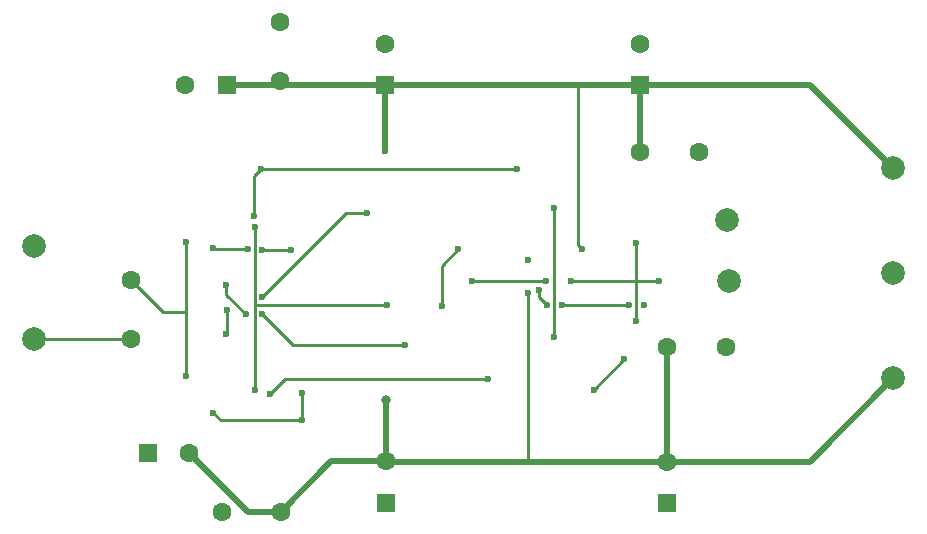
<source format=gbr>
G04 #@! TF.GenerationSoftware,KiCad,Pcbnew,(5.1.10-0-10_14)*
G04 #@! TF.CreationDate,2021-05-19T17:23:42+02:00*
G04 #@! TF.ProjectId,pre-amp-discret,7072652d-616d-4702-9d64-697363726574,rev?*
G04 #@! TF.SameCoordinates,Original*
G04 #@! TF.FileFunction,Copper,L2,Bot*
G04 #@! TF.FilePolarity,Positive*
%FSLAX46Y46*%
G04 Gerber Fmt 4.6, Leading zero omitted, Abs format (unit mm)*
G04 Created by KiCad (PCBNEW (5.1.10-0-10_14)) date 2021-05-19 17:23:42*
%MOMM*%
%LPD*%
G01*
G04 APERTURE LIST*
G04 #@! TA.AperFunction,ComponentPad*
%ADD10C,1.600000*%
G04 #@! TD*
G04 #@! TA.AperFunction,ComponentPad*
%ADD11R,1.600000X1.600000*%
G04 #@! TD*
G04 #@! TA.AperFunction,ComponentPad*
%ADD12C,2.000000*%
G04 #@! TD*
G04 #@! TA.AperFunction,ViaPad*
%ADD13C,0.600000*%
G04 #@! TD*
G04 #@! TA.AperFunction,ViaPad*
%ADD14C,0.800000*%
G04 #@! TD*
G04 #@! TA.AperFunction,Conductor*
%ADD15C,0.500000*%
G04 #@! TD*
G04 #@! TA.AperFunction,Conductor*
%ADD16C,0.250000*%
G04 #@! TD*
G04 APERTURE END LIST*
D10*
X176961800Y-102481500D03*
D11*
X176961800Y-105981500D03*
D10*
X155422600Y-137845800D03*
D11*
X155422600Y-141345800D03*
D10*
X155346400Y-102506900D03*
D11*
X155346400Y-106006900D03*
D10*
X138734800Y-137121900D03*
D11*
X135234800Y-137121900D03*
D10*
X138422500Y-105981500D03*
D11*
X141922500Y-105981500D03*
D10*
X179171600Y-137901800D03*
D11*
X179171600Y-141401800D03*
D10*
X141494500Y-142125700D03*
X146494500Y-142125700D03*
X146456400Y-105634800D03*
X146456400Y-100634800D03*
X184184300Y-128206500D03*
X179184300Y-128206500D03*
X176923700Y-111696500D03*
X181923700Y-111696500D03*
D12*
X184327800Y-117398800D03*
X184492900Y-122618500D03*
X198374000Y-121920000D03*
X125603000Y-127508000D03*
X198374000Y-130810000D03*
X125603000Y-119634000D03*
X198374000Y-113030000D03*
D10*
X133858000Y-127491500D03*
X133858000Y-122491500D03*
D13*
X171678600Y-105994200D03*
X167614600Y-105994200D03*
X155333700Y-111582200D03*
X172016500Y-119893000D03*
X138455400Y-119240300D03*
X138493500Y-130632200D03*
X165232200Y-137901800D03*
X169743000Y-137901800D03*
D14*
X155422600Y-132638800D03*
D13*
X167447000Y-120843000D03*
X167449500Y-123634500D03*
X164020500Y-130873500D03*
X145585100Y-132186600D03*
X144322800Y-131813300D03*
X144335500Y-118021100D03*
X161544000Y-119888000D03*
X160159700Y-124701300D03*
X155511500Y-124650500D03*
X176593500Y-119341900D03*
X176606200Y-125945900D03*
X178498500Y-122593100D03*
X168973500Y-122618002D03*
X162687000Y-122618500D03*
X171069000Y-122618500D03*
X169672000Y-127304800D03*
X169672000Y-116433600D03*
X172986700Y-131800600D03*
X175602900Y-129184400D03*
X166547800Y-113106200D03*
X144251600Y-117073600D03*
X144843500Y-113118900D03*
X157019428Y-127967047D03*
X144957800Y-125412500D03*
X143522700Y-125399800D03*
X141884400Y-122923300D03*
X140766800Y-119824500D03*
X147383500Y-119951500D03*
X144947800Y-119951500D03*
X143697800Y-119837200D03*
X144947800Y-123939300D03*
X141903200Y-127095500D03*
X141922500Y-125056900D03*
X153797000Y-116827300D03*
X148272500Y-134366000D03*
X148272500Y-132080000D03*
X140779500Y-133731000D03*
X177231200Y-124650500D03*
X175981200Y-124650500D03*
X170297000Y-124650500D03*
X169047000Y-124650500D03*
X168338500Y-123317000D03*
D15*
X178612800Y-105994200D02*
X171678600Y-105994200D01*
X171678600Y-105994200D02*
X167487600Y-105994200D01*
X178587400Y-106019600D02*
X178612800Y-105994200D01*
X191338200Y-105994200D02*
X198374000Y-113030000D01*
X178612800Y-105994200D02*
X191338200Y-105994200D01*
X155359100Y-105994200D02*
X155346400Y-106006900D01*
X167614600Y-105994200D02*
X155359100Y-105994200D01*
X155346400Y-111569500D02*
X155333700Y-111582200D01*
X155346400Y-106006900D02*
X155346400Y-111569500D01*
X141947900Y-106006900D02*
X141922500Y-105981500D01*
X146828500Y-106006900D02*
X146456400Y-105634800D01*
X155346400Y-106006900D02*
X146828500Y-106006900D01*
X146109700Y-105981500D02*
X146456400Y-105634800D01*
X141922500Y-105981500D02*
X146109700Y-105981500D01*
X176923700Y-106019600D02*
X176961800Y-105981500D01*
X176923700Y-111696500D02*
X176923700Y-106019600D01*
D16*
X171678600Y-119555100D02*
X172016500Y-119893000D01*
X171678600Y-105994200D02*
X171678600Y-119555100D01*
X133841500Y-127508000D02*
X133858000Y-127491500D01*
X125603000Y-127508000D02*
X133841500Y-127508000D01*
X138493500Y-119278400D02*
X138455400Y-119240300D01*
X133858000Y-122491500D02*
X136550400Y-125183900D01*
X136550400Y-125183900D02*
X138455400Y-125183900D01*
X138455400Y-125183900D02*
X138493500Y-125145800D01*
X138493500Y-125145800D02*
X138493500Y-119278400D01*
X138493500Y-130632200D02*
X138493500Y-125145800D01*
D15*
X191282200Y-137901800D02*
X198374000Y-130810000D01*
X179171600Y-137901800D02*
X191282200Y-137901800D01*
X155478600Y-137901800D02*
X155422600Y-137845800D01*
X165232200Y-137901800D02*
X165232200Y-137901800D01*
X179171600Y-137901800D02*
X169743000Y-137901800D01*
X165232200Y-137901800D02*
X155478600Y-137901800D01*
X155422600Y-137845800D02*
X155422600Y-132638800D01*
X155219400Y-138049000D02*
X155422600Y-137845800D01*
X150774400Y-137845800D02*
X146494500Y-142125700D01*
X155422600Y-137845800D02*
X150774400Y-137845800D01*
X143738600Y-142125700D02*
X138734800Y-137121900D01*
X146494500Y-142125700D02*
X143738600Y-142125700D01*
X179171600Y-128219200D02*
X179184300Y-128206500D01*
X179171600Y-137901800D02*
X179171600Y-128219200D01*
X169743000Y-137901800D02*
X167342700Y-137901800D01*
X167342700Y-137901800D02*
X165232200Y-137901800D01*
D16*
X167449500Y-137795000D02*
X167342700Y-137901800D01*
X167449500Y-123634500D02*
X167449500Y-137795000D01*
X146898200Y-130873500D02*
X145585100Y-132186600D01*
X164020500Y-130873500D02*
X146898200Y-130873500D01*
X144322800Y-118033800D02*
X144335500Y-118021100D01*
X144322800Y-131813300D02*
X144322800Y-124675900D01*
X160159700Y-121272300D02*
X161544000Y-119888000D01*
X160159700Y-124701300D02*
X160159700Y-121272300D01*
X144335500Y-124650500D02*
X144322800Y-124663200D01*
X155511500Y-124650500D02*
X144335500Y-124650500D01*
X144322800Y-124663200D02*
X144322800Y-118033800D01*
X144322800Y-124675900D02*
X144322800Y-124663200D01*
X176593500Y-122593100D02*
X176618900Y-122618500D01*
X176593500Y-119341900D02*
X176593500Y-122593100D01*
X176606200Y-122605800D02*
X176593500Y-122593100D01*
X176606200Y-125945900D02*
X176606200Y-122605800D01*
X176593500Y-122593100D02*
X178498500Y-122593100D01*
X176606200Y-122605800D02*
X176604996Y-122604596D01*
X162687498Y-122618002D02*
X162687000Y-122618500D01*
X168973500Y-122618002D02*
X162687498Y-122618002D01*
X176568100Y-122618500D02*
X176593500Y-122593100D01*
X171069000Y-122618500D02*
X176568100Y-122618500D01*
X169672000Y-127304800D02*
X169672000Y-117449600D01*
X169672000Y-117449600D02*
X169672000Y-116941600D01*
X169672000Y-116941600D02*
X169672000Y-116433600D01*
X172986700Y-131800600D02*
X175602900Y-129184400D01*
X166547800Y-113106200D02*
X166535100Y-113093500D01*
X144251600Y-113710800D02*
X144843500Y-113118900D01*
X144251600Y-117073600D02*
X144251600Y-113710800D01*
X166535100Y-113118900D02*
X166547800Y-113106200D01*
X144843500Y-113118900D02*
X166535100Y-113118900D01*
X147512347Y-127967047D02*
X144957800Y-125412500D01*
X157019428Y-127967047D02*
X147512347Y-127967047D01*
X141897100Y-123774200D02*
X143522700Y-125399800D01*
X141897100Y-122936000D02*
X141884400Y-122923300D01*
X141897100Y-123774200D02*
X141897100Y-122936000D01*
X140703300Y-119900700D02*
X140817600Y-119786400D01*
X147383500Y-119951500D02*
X144947800Y-119951500D01*
X140779500Y-119837200D02*
X140766800Y-119824500D01*
X143697800Y-119837200D02*
X140779500Y-119837200D01*
X141909800Y-127088900D02*
X141903200Y-127095500D01*
X141922500Y-127076200D02*
X141903200Y-127095500D01*
X141922500Y-125056900D02*
X141922500Y-127076200D01*
X144947800Y-123939300D02*
X152059800Y-116827300D01*
X152059800Y-116827300D02*
X153797000Y-116827300D01*
X148272500Y-134366000D02*
X148272500Y-132080000D01*
X141414500Y-134366000D02*
X140779500Y-133731000D01*
X148272500Y-134366000D02*
X141414500Y-134366000D01*
X175981200Y-124650500D02*
X170297000Y-124650500D01*
X169047000Y-124650500D02*
X168338500Y-123942000D01*
X168338500Y-123942000D02*
X168338500Y-123317000D01*
M02*

</source>
